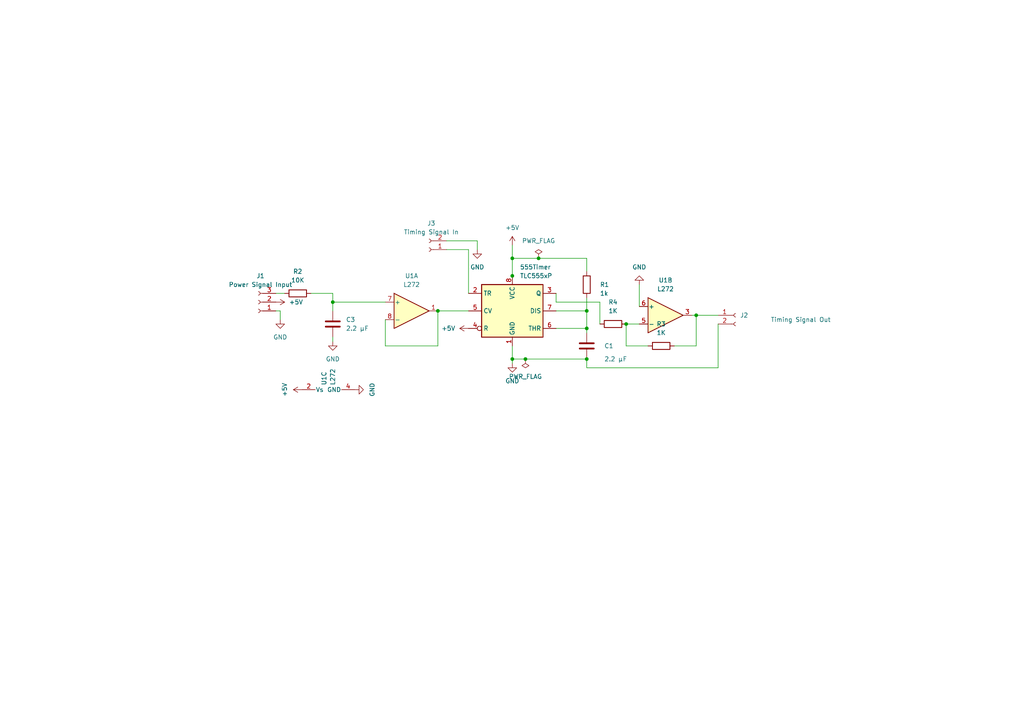
<source format=kicad_sch>
(kicad_sch (version 20230121) (generator eeschema)
  (paper "A4")
  (lib_symbols
    (symbol "Amplifier_Operational:L272" (pin_names (offset 0.127))
      (property "Reference" "U" (at 0 5.08 0))
      (property "Value" "L272" (at 0 -5.08 0))
      (symbol "L272_1_1"
        (polyline (pts (xy -5.08 5.08) (xy 5.08 0) (xy -5.08 -5.08) (xy -5.08 5.08)) (stroke (width 0.254)) (fill (type background)))
        (pin output line (at 7.62 0 180) (length 2.54) (name "~") (number "1"))
        (pin input line (at -7.62 2.54 0) (length 2.54) (name "+") (number "7"))
        (pin input line (at -7.62 -2.54 0) (length 2.54) (name "-") (number "8"))
      )
      (symbol "L272_2_1"
        (polyline (pts (xy -5.08 5.08) (xy 5.08 0) (xy -5.08 -5.08) (xy -5.08 5.08)) (stroke (width 0.254)) (fill (type background)))
        (pin output line (at 7.62 0 180) (length 2.54) (name "~") (number "3"))
        (pin input line (at -7.62 -2.54 0) (length 2.54) (name "-") (number "5"))
        (pin input line (at -7.62 2.54 0) (length 2.54) (name "+") (number "6"))
      )
      (symbol "L272_3_1"
        (pin passive line (at -2.54 -7.62 90) (length 3.81) hide (name "GND") (number "10"))
        (pin passive line (at -2.54 -7.62 90) (length 3.81) hide (name "GND") (number "11"))
        (pin passive line (at -2.54 -7.62 90) (length 3.81) hide (name "GND") (number "12"))
        (pin passive line (at -2.54 -7.62 90) (length 3.81) hide (name "GND") (number "13"))
        (pin passive line (at -2.54 -7.62 90) (length 3.81) hide (name "GND") (number "14"))
        (pin passive line (at -2.54 -7.62 90) (length 3.81) hide (name "GND") (number "15"))
        (pin passive line (at -2.54 -7.62 90) (length 3.81) hide (name "GND") (number "16"))
        (pin power_in line (at -2.54 7.62 270) (length 3.81) (name "Vs") (number "2"))
        (pin power_in line (at -2.54 -7.62 90) (length 3.81) (name "GND") (number "4"))
        (pin passive line (at -2.54 -7.62 90) (length 3.81) hide (name "GND") (number "9"))
      )
    )
    (symbol "Connector:Conn_01x02_Socket" (pin_names (offset 1.016) hide)
      (property "Reference" "J" (at 0 2.54 0))
      (property "Value" "Conn_01x02_Socket" (at 0 -5.08 0))
      (symbol "Conn_01x02_Socket_1_1"
        (arc (start 0 -2.032) (mid -0.5058 -2.54) (end 0 -3.048) (stroke (width 0.1524)))
        (polyline (pts (xy -1.27 -2.54) (xy -0.508 -2.54)) (stroke (width 0.1524)))
        (polyline (pts (xy -1.27 0) (xy -0.508 0)) (stroke (width 0.1524)))
        (arc (start 0 0.508) (mid -0.5058 0) (end 0 -0.508) (stroke (width 0.1524)))
        (pin passive line (at -5.08 0 0) (length 3.81) (name "Pin_1") (number "1"))
        (pin passive line (at -5.08 -2.54 0) (length 3.81) (name "Pin_2") (number "2"))
      )
    )
    (symbol "Connector:Conn_01x03_Socket" (pin_names (offset 1.016) hide)
      (property "Reference" "J" (at 0 5.08 0))
      (property "Value" "Conn_01x03_Socket" (at 0 -5.08 0))
      (symbol "Conn_01x03_Socket_1_1"
        (arc (start 0 -2.032) (mid -0.5058 -2.54) (end 0 -3.048) (stroke (width 0.1524)))
        (polyline (pts (xy -1.27 -2.54) (xy -0.508 -2.54)) (stroke (width 0.1524)))
        (polyline (pts (xy -1.27 0) (xy -0.508 0)) (stroke (width 0.1524)))
        (polyline (pts (xy -1.27 2.54) (xy -0.508 2.54)) (stroke (width 0.1524)))
        (arc (start 0 0.508) (mid -0.5058 0) (end 0 -0.508) (stroke (width 0.1524)))
        (arc (start 0 3.048) (mid -0.5058 2.54) (end 0 2.032) (stroke (width 0.1524)))
        (pin passive line (at -5.08 2.54 0) (length 3.81) (name "Pin_1") (number "1"))
        (pin passive line (at -5.08 0 0) (length 3.81) (name "Pin_2") (number "2"))
        (pin passive line (at -5.08 -2.54 0) (length 3.81) (name "Pin_3") (number "3"))
      )
    )
    (symbol "Device:C" (pin_numbers hide) (pin_names (offset 0.254))
      (property "Reference" "C" (at 0.635 2.54 0))
      (property "Value" "C" (at 0.635 -2.54 0))
      (symbol "C_0_1"
        (polyline (pts (xy -2.032 -0.762) (xy 2.032 -0.762)) (stroke (width 0.508)))
        (polyline (pts (xy -2.032 0.762) (xy 2.032 0.762)) (stroke (width 0.508)))
      )
      (symbol "C_1_1"
        (pin passive line (at 0 3.81 270) (length 2.794) (name "~") (number "1"))
        (pin passive line (at 0 -3.81 90) (length 2.794) (name "~") (number "2"))
      )
    )
    (symbol "Device:R" (pin_numbers hide) (pin_names (offset 0))
      (property "Reference" "R" (at 2.032 0 90))
      (property "Value" "R" (at 0 0 90))
      (symbol "R_0_1"
        (rectangle (start -1.016 -2.54) (end 1.016 2.54) (stroke (width 0.254)))
      )
      (symbol "R_1_1"
        (pin passive line (at 0 3.81 270) (length 1.27) (name "~") (number "1"))
        (pin passive line (at 0 -3.81 90) (length 1.27) (name "~") (number "2"))
      )
    )
    (symbol "Timer:TLC555xP"
      (property "Reference" "U" (at -10.16 8.89 0))
      (property "Value" "TLC555xP" (at 2.54 8.89 0))
      (symbol "TLC555xP_0_0"
        (pin power_in line (at 0 -10.16 90) (length 2.54) (name "GND") (number "1"))
        (pin power_in line (at 0 10.16 270) (length 2.54) (name "VCC") (number "8"))
      )
      (symbol "TLC555xP_0_1"
        (rectangle (start -8.89 -7.62) (end 8.89 7.62) (stroke (width 0.254)) (fill (type background)))
        (rectangle (start -8.89 -7.62) (end 8.89 7.62) (stroke (width 0.254)) (fill (type background)))
      )
      (symbol "TLC555xP_1_1"
        (pin input line (at -12.7 5.08 0) (length 3.81) (name "TR") (number "2"))
        (pin output line (at 12.7 5.08 180) (length 3.81) (name "Q") (number "3"))
        (pin input inverted (at -12.7 -5.08 0) (length 3.81) (name "R") (number "4"))
        (pin input line (at -12.7 0 0) (length 3.81) (name "CV") (number "5"))
        (pin input line (at 12.7 -5.08 180) (length 3.81) (name "THR") (number "6"))
        (pin input line (at 12.7 0 180) (length 3.81) (name "DIS") (number "7"))
      )
    )
    (symbol "power:+5V" (power) (pin_names (offset 0))
      (property "Value" "+5V" (at 0 3.556 0))
      (symbol "+5V_0_1"
        (polyline (pts (xy -0.762 1.27) (xy 0 2.54)))
        (polyline (pts (xy 0 0) (xy 0 2.54)))
        (polyline (pts (xy 0 2.54) (xy 0.762 1.27)))
      )
      (symbol "+5V_1_1"
        (pin power_in line (at 0 0 90) (length 0) hide (name "+5V") (number "1"))
      )
    )
    (symbol "power:GND" (power) (pin_names (offset 0))
      (property "Value" "GND" (at 0 -3.81 0))
      (symbol "GND_0_1"
        (polyline (pts (xy 0 0) (xy 0 -1.27) (xy 1.27 -1.27) (xy 0 -2.54) (xy -1.27 -1.27) (xy 0 -1.27)))
      )
      (symbol "GND_1_1"
        (pin power_in line (at 0 0 270) (length 0) hide (name "GND") (number "1"))
      )
    )
    (symbol "power:PWR_FLAG" (power) (pin_numbers hide) (pin_names (offset 0) hide)
      (property "Value" "PWR_FLAG" (at 0 3.81 0))
      (symbol "PWR_FLAG_0_0"
        (pin power_out line (at 0 0 90) (length 0) (name "pwr") (number "1"))
      )
      (symbol "PWR_FLAG_0_1"
        (polyline (pts (xy 0 0) (xy 0 1.27) (xy -1.016 1.905) (xy 0 2.54) (xy 1.016 1.905) (xy 0 1.27)))
      )
    )
  )
  (junction (at 181.61 93.98))
  (junction (at 127 90.17))
  (junction (at 170.18 95.25))
  (junction (at 152.4 104.14))
  (junction (at 156.21 74.93))
  (junction (at 148.59 80.01))
  (junction (at 170.18 90.17))
  (junction (at 148.59 104.14))
  (junction (at 170.18 104.14))
  (junction (at 201.93 91.44))
  (junction (at 148.59 74.93))
  (junction (at 96.52 87.63))
  (wire (pts (xy 181.61 100.33) (xy 181.61 93.98)))
  (wire (pts (xy 90.17 85.09) (xy 96.52 85.09)))
  (wire (pts (xy 170.18 95.25) (xy 170.18 96.52)))
  (wire (pts (xy 181.61 93.98) (xy 185.42 93.98)))
  (wire (pts (xy 148.59 71.12) (xy 148.59 74.93)))
  (wire (pts (xy 148.59 104.14) (xy 152.4 104.14)))
  (wire (pts (xy 200.66 91.44) (xy 201.93 91.44)))
  (wire (pts (xy 138.43 69.85) (xy 129.54 69.85)))
  (wire (pts (xy 170.18 86.36) (xy 170.18 90.17)))
  (wire (pts (xy 81.28 92.71) (xy 81.28 90.17)))
  (wire (pts (xy 96.52 97.79) (xy 96.52 99.06)))
  (wire (pts (xy 148.59 100.33) (xy 148.59 104.14)))
  (wire (pts (xy 185.42 82.55) (xy 185.42 88.9)))
  (wire (pts (xy 156.21 74.93) (xy 148.59 74.93)))
  (wire (pts (xy 96.52 87.63) (xy 111.76 87.63)))
  (wire (pts (xy 135.89 85.09) (xy 135.89 72.39)))
  (wire (pts (xy 195.58 100.33) (xy 201.93 100.33)))
  (wire (pts (xy 127 90.17) (xy 135.89 90.17)))
  (wire (pts (xy 148.59 104.14) (xy 148.59 105.41)))
  (wire (pts (xy 127 100.33) (xy 127 90.17)))
  (wire (pts (xy 148.59 74.93) (xy 148.59 80.01)))
  (wire (pts (xy 96.52 87.63) (xy 96.52 85.09)))
  (wire (pts (xy 201.93 91.44) (xy 201.93 100.33)))
  (wire (pts (xy 161.29 90.17) (xy 170.18 90.17)))
  (wire (pts (xy 170.18 90.17) (xy 170.18 95.25)))
  (wire (pts (xy 111.76 92.71) (xy 111.76 100.33)))
  (wire (pts (xy 148.59 80.01) (xy 148.59 81.28)))
  (wire (pts (xy 170.18 95.25) (xy 161.29 95.25)))
  (wire (pts (xy 82.55 85.09) (xy 80.01 85.09)))
  (wire (pts (xy 170.18 106.68) (xy 170.18 104.14)))
  (wire (pts (xy 173.99 87.63) (xy 173.99 93.98)))
  (wire (pts (xy 170.18 74.93) (xy 156.21 74.93)))
  (wire (pts (xy 152.4 104.14) (xy 170.18 104.14)))
  (wire (pts (xy 170.18 106.68) (xy 208.28 106.68)))
  (wire (pts (xy 181.61 100.33) (xy 187.96 100.33)))
  (wire (pts (xy 138.43 72.39) (xy 138.43 69.85)))
  (wire (pts (xy 135.89 72.39) (xy 129.54 72.39)))
  (wire (pts (xy 161.29 87.63) (xy 173.99 87.63)))
  (wire (pts (xy 208.28 93.98) (xy 208.28 106.68)))
  (wire (pts (xy 161.29 87.63) (xy 161.29 85.09)))
  (wire (pts (xy 201.93 91.44) (xy 208.28 91.44)))
  (wire (pts (xy 170.18 78.74) (xy 170.18 74.93)))
  (wire (pts (xy 96.52 90.17) (xy 96.52 87.63)))
  (wire (pts (xy 111.76 100.33) (xy 127 100.33)))
  (wire (pts (xy 81.28 90.17) (xy 80.01 90.17)))
  (symbol (lib_id "power:+5V") (at 87.63 113.03 90) (unit 1)
    (property "Reference" "#PWR06" (effects hide))
    (property "Value" "+5V" (at 82.55 113.03 0))
  )
  (symbol (lib_id "Connector:Conn_01x02_Socket") (at 213.36 91.44 0) (unit 1)
    (property "Reference" "J2" (at 214.63 91.44 0) (effects (justify left)))
    (property "Value" "Timing Signal Out" (at 223.52 92.71 0) (effects (justify left)))
    (property "Footprint" "Connector_JST:JST_EH_B2B-EH-A_1x02_P2.50mm_Vertical" (effects hide))
  )
  (symbol (lib_id "power:PWR_FLAG") (at 152.4 104.14 180) (unit 1)
    (property "Reference" "#FLG02" (effects hide))
    (property "Value" "PWR_FLAG" (at 152.4 109.22 0))
  )
  (symbol (lib_id "power:GND") (at 148.59 105.41 0) (unit 1)
    (property "Reference" "#PWR02" (effects hide))
    (property "Value" "GND" (at 148.59 110.49 0))
  )
  (symbol (lib_id "power:+5V") (at 135.89 95.25 90) (unit 1)
    (property "Reference" "#PWR010" (effects hide))
    (property "Value" "+5V" (at 132.08 95.25 90) (effects (justify left)))
  )
  (symbol (lib_id "Connector:Conn_01x03_Socket") (at 74.93 87.63 180) (unit 1)
    (property "Reference" "J1" (at 75.565 80.01 0))
    (property "Value" "Power Signal Input" (at 75.565 82.55 0))
    (property "Footprint" "Connector_JST:JST_EH_B3B-EH-A_1x03_P2.50mm_Vertical" (effects hide))
  )
  (symbol (lib_id "Device:R") (at 170.18 82.55 0) (unit 1)
    (property "Reference" "R1" (at 173.99 82.55 0) (effects (justify left)))
    (property "Value" "1k" (at 173.99 85.09 0) (effects (justify left)))
    (property "Footprint" "Resistor_THT:R_Axial_DIN0204_L3.6mm_D1.6mm_P5.08mm_Horizontal" (effects hide))
  )
  (symbol (lib_id "Connector:Conn_01x02_Socket") (at 124.46 72.39 180) (unit 1)
    (property "Reference" "J3" (at 125.095 64.77 0))
    (property "Value" "Timing Signal In" (at 125.095 67.31 0))
    (property "Footprint" "Connector_JST:JST_EH_B2B-EH-A_1x02_P2.50mm_Vertical" (effects hide))
  )
  (symbol (lib_id "Device:R") (at 191.77 100.33 90) (unit 1)
    (property "Reference" "R3" (at 191.77 93.98 90))
    (property "Value" "1K" (at 191.77 96.52 90))
    (property "Footprint" "Resistor_THT:R_Axial_DIN0204_L3.6mm_D1.6mm_P5.08mm_Horizontal" (effects hide))
  )
  (symbol (lib_id "Amplifier_Operational:L272") (at 95.25 110.49 90) (unit 3)
    (property "Reference" "U1" (at 93.98 111.76 0) (effects (justify left)))
    (property "Value" "L272" (at 96.52 111.76 0) (effects (justify left)))
    (property "Footprint" "Package_DIP:DIP-16_W7.62mm" (effects hide))
    (property "Datasheet" "www.st.com/resource/en/datasheet/l272.pdf" (effects hide))
  )
  (symbol (lib_id "Timer:TLC555xP") (at 148.59 90.17 0) (unit 1)
    (property "Reference" "555Timer" (at 150.7841 77.47 0) (effects (justify left)))
    (property "Value" "TLC555xP" (at 150.7841 80.01 0) (effects (justify left)))
    (property "Footprint" "Package_DIP:DIP-8_W7.62mm" (effects hide))
    (property "Datasheet" "http://www.ti.com/lit/ds/symlink/tlc555.pdf" (effects hide))
  )
  (symbol (lib_id "Amplifier_Operational:L272") (at 193.04 91.44 0) (unit 2)
    (property "Reference" "U1" (at 193.04 81.28 0))
    (property "Value" "L272" (at 193.04 83.82 0))
    (property "Footprint" "Package_DIP:DIP-16_W7.62mm" (effects hide))
    (property "Datasheet" "www.st.com/resource/en/datasheet/l272.pdf" (effects hide))
  )
  (symbol (lib_id "power:GND") (at 138.43 72.39 0) (unit 1)
    (property "Reference" "#PWR05" (effects hide))
    (property "Value" "GND" (at 138.43 77.47 0))
  )
  (symbol (lib_id "power:GND") (at 81.28 92.71 0) (unit 1)
    (property "Reference" "#PWR07" (effects hide))
    (property "Value" "GND" (at 81.28 97.79 0))
  )
  (symbol (lib_id "power:+5V") (at 80.01 87.63 270) (unit 1)
    (property "Reference" "#PWR08" (effects hide))
    (property "Value" "+5V" (at 83.82 87.63 90) (effects (justify left)))
  )
  (symbol (lib_id "power:GND") (at 185.42 82.55 180) (unit 1)
    (property "Reference" "#PWR09" (effects hide))
    (property "Value" "GND" (at 185.42 77.47 0))
  )
  (symbol (lib_id "Device:C") (at 170.18 100.33 0) (unit 1)
    (property "Reference" "C1" (at 175.26 100.33 0) (effects (justify left)))
    (property "Value" "2.2 μF" (at 175.26 104.14 0) (effects (justify left)))
    (property "Footprint" "Capacitor_THT:CP_Axial_L10.0mm_D4.5mm_P15.00mm_Horizontal" (effects hide))
  )
  (symbol (lib_id "power:+5V") (at 148.59 71.12 0) (unit 1)
    (property "Reference" "#PWR01" (effects hide))
    (property "Value" "+5V" (at 148.59 66.04 0))
  )
  (symbol (lib_id "Device:C") (at 96.52 93.98 0) (unit 1)
    (property "Reference" "C3" (at 100.33 92.71 0) (effects (justify left)))
    (property "Value" "2.2 μF" (at 100.33 95.25 0) (effects (justify left)))
    (property "Footprint" "Capacitor_THT:CP_Axial_L10.0mm_D4.5mm_P15.00mm_Horizontal" (effects hide))
  )
  (symbol (lib_id "power:PWR_FLAG") (at 156.21 74.93 0) (unit 1)
    (property "Reference" "#FLG01" (effects hide))
    (property "Value" "PWR_FLAG" (at 156.21 69.85 0))
  )
  (symbol (lib_id "power:GND") (at 96.52 99.06 0) (unit 1)
    (property "Reference" "#PWR03" (effects hide))
    (property "Value" "GND" (at 96.52 104.14 0))
  )
  (symbol (lib_id "power:GND") (at 102.87 113.03 90) (unit 1)
    (property "Reference" "#PWR04" (effects hide))
    (property "Value" "GND" (at 107.95 113.03 0))
  )
  (symbol (lib_id "Device:R") (at 86.36 85.09 90) (unit 1)
    (property "Reference" "R2" (at 86.36 78.74 90))
    (property "Value" "10K" (at 86.36 81.28 90))
    (property "Footprint" "Resistor_THT:R_Axial_DIN0204_L3.6mm_D1.6mm_P5.08mm_Horizontal" (effects hide))
  )
  (symbol (lib_id "Amplifier_Operational:L272") (at 119.38 90.17 0) (unit 1)
    (property "Reference" "U1" (at 119.38 80.01 0))
    (property "Value" "L272" (at 119.38 82.55 0))
    (property "Footprint" "Package_DIP:DIP-16_W7.62mm" (effects hide))
    (property "Datasheet" "www.st.com/resource/en/datasheet/l272.pdf" (effects hide))
  )
  (symbol (lib_id "Device:R") (at 177.8 93.98 90) (unit 1)
    (property "Reference" "R4" (at 177.8 87.63 90))
    (property "Value" "1K" (at 177.8 90.17 90))
    (property "Footprint" "Resistor_THT:R_Axial_DIN0204_L3.6mm_D1.6mm_P5.08mm_Horizontal" (effects hide))
  )
)
</source>
